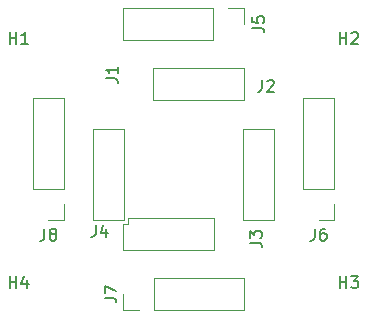
<source format=gbr>
%TF.GenerationSoftware,KiCad,Pcbnew,(6.0.8)*%
%TF.CreationDate,2023-02-23T19:10:36-06:00*%
%TF.ProjectId,ConnectorPCB,436f6e6e-6563-4746-9f72-5043422e6b69,rev?*%
%TF.SameCoordinates,Original*%
%TF.FileFunction,Legend,Top*%
%TF.FilePolarity,Positive*%
%FSLAX46Y46*%
G04 Gerber Fmt 4.6, Leading zero omitted, Abs format (unit mm)*
G04 Created by KiCad (PCBNEW (6.0.8)) date 2023-02-23 19:10:36*
%MOMM*%
%LPD*%
G01*
G04 APERTURE LIST*
%ADD10C,0.150000*%
%ADD11C,0.120000*%
G04 APERTURE END LIST*
D10*
%TO.C,J4*%
X156366666Y-71952380D02*
X156366666Y-72666666D01*
X156319047Y-72809523D01*
X156223809Y-72904761D01*
X156080952Y-72952380D01*
X155985714Y-72952380D01*
X157271428Y-72285714D02*
X157271428Y-72952380D01*
X157033333Y-71904761D02*
X156795238Y-72619047D01*
X157414285Y-72619047D01*
%TO.C,H2*%
X177038095Y-56592380D02*
X177038095Y-55592380D01*
X177038095Y-56068571D02*
X177609523Y-56068571D01*
X177609523Y-56592380D02*
X177609523Y-55592380D01*
X178038095Y-55687619D02*
X178085714Y-55640000D01*
X178180952Y-55592380D01*
X178419047Y-55592380D01*
X178514285Y-55640000D01*
X178561904Y-55687619D01*
X178609523Y-55782857D01*
X178609523Y-55878095D01*
X178561904Y-56020952D01*
X177990476Y-56592380D01*
X178609523Y-56592380D01*
%TO.C,J1*%
X157252380Y-59533333D02*
X157966666Y-59533333D01*
X158109523Y-59580952D01*
X158204761Y-59676190D01*
X158252380Y-59819047D01*
X158252380Y-59914285D01*
X158252380Y-58533333D02*
X158252380Y-59104761D01*
X158252380Y-58819047D02*
X157252380Y-58819047D01*
X157395238Y-58914285D01*
X157490476Y-59009523D01*
X157538095Y-59104761D01*
%TO.C,H3*%
X177038095Y-77272380D02*
X177038095Y-76272380D01*
X177038095Y-76748571D02*
X177609523Y-76748571D01*
X177609523Y-77272380D02*
X177609523Y-76272380D01*
X177990476Y-76272380D02*
X178609523Y-76272380D01*
X178276190Y-76653333D01*
X178419047Y-76653333D01*
X178514285Y-76700952D01*
X178561904Y-76748571D01*
X178609523Y-76843809D01*
X178609523Y-77081904D01*
X178561904Y-77177142D01*
X178514285Y-77224761D01*
X178419047Y-77272380D01*
X178133333Y-77272380D01*
X178038095Y-77224761D01*
X177990476Y-77177142D01*
%TO.C,J3*%
X169422380Y-73433333D02*
X170136666Y-73433333D01*
X170279523Y-73480952D01*
X170374761Y-73576190D01*
X170422380Y-73719047D01*
X170422380Y-73814285D01*
X169422380Y-73052380D02*
X169422380Y-72433333D01*
X169803333Y-72766666D01*
X169803333Y-72623809D01*
X169850952Y-72528571D01*
X169898571Y-72480952D01*
X169993809Y-72433333D01*
X170231904Y-72433333D01*
X170327142Y-72480952D01*
X170374761Y-72528571D01*
X170422380Y-72623809D01*
X170422380Y-72909523D01*
X170374761Y-73004761D01*
X170327142Y-73052380D01*
%TO.C,H4*%
X149098095Y-77272380D02*
X149098095Y-76272380D01*
X149098095Y-76748571D02*
X149669523Y-76748571D01*
X149669523Y-77272380D02*
X149669523Y-76272380D01*
X150574285Y-76605714D02*
X150574285Y-77272380D01*
X150336190Y-76224761D02*
X150098095Y-76939047D01*
X150717142Y-76939047D01*
%TO.C,J2*%
X170466666Y-59662380D02*
X170466666Y-60376666D01*
X170419047Y-60519523D01*
X170323809Y-60614761D01*
X170180952Y-60662380D01*
X170085714Y-60662380D01*
X170895238Y-59757619D02*
X170942857Y-59710000D01*
X171038095Y-59662380D01*
X171276190Y-59662380D01*
X171371428Y-59710000D01*
X171419047Y-59757619D01*
X171466666Y-59852857D01*
X171466666Y-59948095D01*
X171419047Y-60090952D01*
X170847619Y-60662380D01*
X171466666Y-60662380D01*
%TO.C,H1*%
X149098095Y-56592380D02*
X149098095Y-55592380D01*
X149098095Y-56068571D02*
X149669523Y-56068571D01*
X149669523Y-56592380D02*
X149669523Y-55592380D01*
X150669523Y-56592380D02*
X150098095Y-56592380D01*
X150383809Y-56592380D02*
X150383809Y-55592380D01*
X150288571Y-55735238D01*
X150193333Y-55830476D01*
X150098095Y-55878095D01*
%TO.C,J5*%
X169652380Y-55253333D02*
X170366666Y-55253333D01*
X170509523Y-55300952D01*
X170604761Y-55396190D01*
X170652380Y-55539047D01*
X170652380Y-55634285D01*
X169652380Y-54300952D02*
X169652380Y-54777142D01*
X170128571Y-54824761D01*
X170080952Y-54777142D01*
X170033333Y-54681904D01*
X170033333Y-54443809D01*
X170080952Y-54348571D01*
X170128571Y-54300952D01*
X170223809Y-54253333D01*
X170461904Y-54253333D01*
X170557142Y-54300952D01*
X170604761Y-54348571D01*
X170652380Y-54443809D01*
X170652380Y-54681904D01*
X170604761Y-54777142D01*
X170557142Y-54824761D01*
%TO.C,J7*%
X157142380Y-78113333D02*
X157856666Y-78113333D01*
X157999523Y-78160952D01*
X158094761Y-78256190D01*
X158142380Y-78399047D01*
X158142380Y-78494285D01*
X157142380Y-77732380D02*
X157142380Y-77065714D01*
X158142380Y-77494285D01*
%TO.C,J6*%
X174926666Y-72252380D02*
X174926666Y-72966666D01*
X174879047Y-73109523D01*
X174783809Y-73204761D01*
X174640952Y-73252380D01*
X174545714Y-73252380D01*
X175831428Y-72252380D02*
X175640952Y-72252380D01*
X175545714Y-72300000D01*
X175498095Y-72347619D01*
X175402857Y-72490476D01*
X175355238Y-72680952D01*
X175355238Y-73061904D01*
X175402857Y-73157142D01*
X175450476Y-73204761D01*
X175545714Y-73252380D01*
X175736190Y-73252380D01*
X175831428Y-73204761D01*
X175879047Y-73157142D01*
X175926666Y-73061904D01*
X175926666Y-72823809D01*
X175879047Y-72728571D01*
X175831428Y-72680952D01*
X175736190Y-72633333D01*
X175545714Y-72633333D01*
X175450476Y-72680952D01*
X175402857Y-72728571D01*
X175355238Y-72823809D01*
%TO.C,J8*%
X152046666Y-72252380D02*
X152046666Y-72966666D01*
X151999047Y-73109523D01*
X151903809Y-73204761D01*
X151760952Y-73252380D01*
X151665714Y-73252380D01*
X152665714Y-72680952D02*
X152570476Y-72633333D01*
X152522857Y-72585714D01*
X152475238Y-72490476D01*
X152475238Y-72442857D01*
X152522857Y-72347619D01*
X152570476Y-72300000D01*
X152665714Y-72252380D01*
X152856190Y-72252380D01*
X152951428Y-72300000D01*
X152999047Y-72347619D01*
X153046666Y-72442857D01*
X153046666Y-72490476D01*
X152999047Y-72585714D01*
X152951428Y-72633333D01*
X152856190Y-72680952D01*
X152665714Y-72680952D01*
X152570476Y-72728571D01*
X152522857Y-72776190D01*
X152475238Y-72871428D01*
X152475238Y-73061904D01*
X152522857Y-73157142D01*
X152570476Y-73204761D01*
X152665714Y-73252380D01*
X152856190Y-73252380D01*
X152951428Y-73204761D01*
X152999047Y-73157142D01*
X153046666Y-73061904D01*
X153046666Y-72871428D01*
X152999047Y-72776190D01*
X152951428Y-72728571D01*
X152856190Y-72680952D01*
D11*
%TO.C,J4*%
X156130000Y-71490000D02*
X158790000Y-71490000D01*
X158790000Y-63810000D02*
X158790000Y-71490000D01*
X156130000Y-63810000D02*
X156130000Y-71490000D01*
X156130000Y-63810000D02*
X158790000Y-63810000D01*
%TO.C,J1*%
X161270000Y-61330000D02*
X168950000Y-61330000D01*
X161270000Y-58670000D02*
X168950000Y-58670000D01*
X161270000Y-61330000D02*
X161270000Y-58670000D01*
X168950000Y-61330000D02*
X168950000Y-58670000D01*
%TO.C,J3*%
X158690000Y-71880000D02*
X159140000Y-71880000D01*
X166370000Y-74030000D02*
X158690000Y-74030000D01*
X166370000Y-71370000D02*
X166370000Y-74030000D01*
X158690000Y-74030000D02*
X158690000Y-71880000D01*
X159140000Y-71370000D02*
X166370000Y-71370000D01*
X159130000Y-71880000D02*
X159130000Y-71380000D01*
%TO.C,J2*%
X168850000Y-63810000D02*
X168850000Y-71490000D01*
X171510000Y-63810000D02*
X171510000Y-71490000D01*
X168850000Y-71490000D02*
X171510000Y-71490000D01*
X168850000Y-63810000D02*
X171510000Y-63810000D01*
%TO.C,J5*%
X166350000Y-53590000D02*
X166350000Y-56250000D01*
X166350000Y-56250000D02*
X158670000Y-56250000D01*
X168950000Y-53590000D02*
X168950000Y-54920000D01*
X158670000Y-53590000D02*
X158670000Y-56250000D01*
X167620000Y-53590000D02*
X168950000Y-53590000D01*
X166350000Y-53590000D02*
X158670000Y-53590000D01*
%TO.C,J7*%
X160020000Y-79110000D02*
X158690000Y-79110000D01*
X158690000Y-79110000D02*
X158690000Y-77780000D01*
X161290000Y-79110000D02*
X161290000Y-76450000D01*
X168970000Y-79110000D02*
X168970000Y-76450000D01*
X161290000Y-76450000D02*
X168970000Y-76450000D01*
X161290000Y-79110000D02*
X168970000Y-79110000D01*
%TO.C,J6*%
X176590000Y-71490000D02*
X175260000Y-71490000D01*
X176590000Y-68890000D02*
X173930000Y-68890000D01*
X176590000Y-68890000D02*
X176590000Y-61210000D01*
X176590000Y-61210000D02*
X173930000Y-61210000D01*
X173930000Y-68890000D02*
X173930000Y-61210000D01*
X176590000Y-70160000D02*
X176590000Y-71490000D01*
%TO.C,J8*%
X153710000Y-68890000D02*
X153710000Y-61210000D01*
X153710000Y-71490000D02*
X152380000Y-71490000D01*
X153710000Y-70160000D02*
X153710000Y-71490000D01*
X153710000Y-68890000D02*
X151050000Y-68890000D01*
X153710000Y-61210000D02*
X151050000Y-61210000D01*
X151050000Y-68890000D02*
X151050000Y-61210000D01*
%TD*%
M02*

</source>
